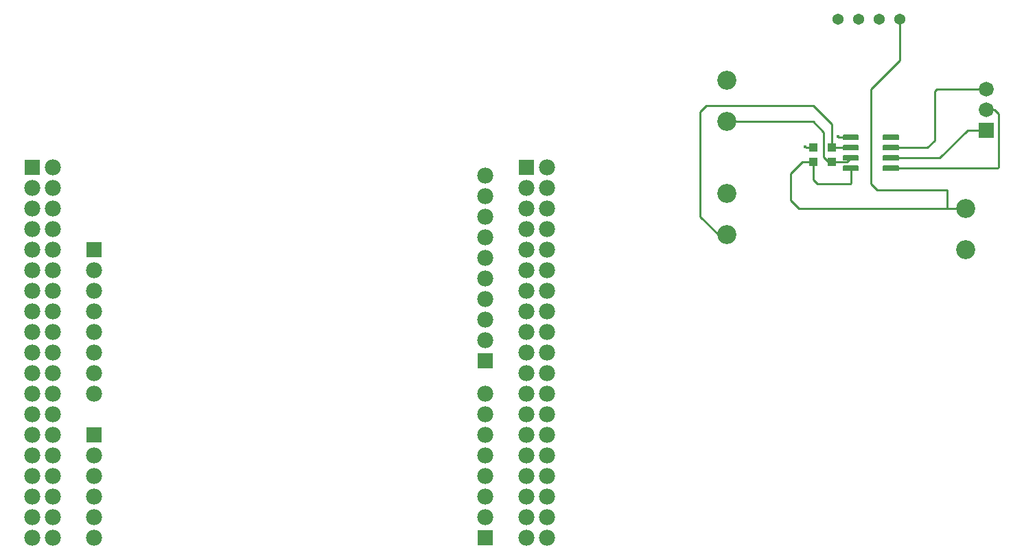
<source format=gtl>
G04 EAGLE Gerber RS-274X export*
G75*
%MOMM*%
%FSLAX34Y34*%
%LPD*%
%INTop Copper*%
%IPPOS*%
%AMOC8*
5,1,8,0,0,1.08239X$1,22.5*%
G01*
%ADD10R,1.000000X1.100000*%
%ADD11C,0.147500*%
%ADD12R,1.828800X1.828800*%
%ADD13C,1.828800*%
%ADD14R,1.980000X1.980000*%
%ADD15C,1.980000*%
%ADD16C,1.371600*%
%ADD17C,2.340000*%
%ADD18C,0.254000*%
%ADD19C,0.452400*%


D10*
X157480Y519820D03*
X157480Y536820D03*
X180340Y519820D03*
X180340Y536820D03*
D11*
X194737Y547697D02*
X212963Y547697D01*
X194737Y547697D02*
X194737Y552123D01*
X212963Y552123D01*
X212963Y547697D01*
X212963Y549098D02*
X194737Y549098D01*
X194737Y550499D02*
X212963Y550499D01*
X212963Y551900D02*
X194737Y551900D01*
X194737Y534997D02*
X212963Y534997D01*
X194737Y534997D02*
X194737Y539423D01*
X212963Y539423D01*
X212963Y534997D01*
X212963Y536398D02*
X194737Y536398D01*
X194737Y537799D02*
X212963Y537799D01*
X212963Y539200D02*
X194737Y539200D01*
X194737Y522297D02*
X212963Y522297D01*
X194737Y522297D02*
X194737Y526723D01*
X212963Y526723D01*
X212963Y522297D01*
X212963Y523698D02*
X194737Y523698D01*
X194737Y525099D02*
X212963Y525099D01*
X212963Y526500D02*
X194737Y526500D01*
X194737Y509597D02*
X212963Y509597D01*
X194737Y509597D02*
X194737Y514023D01*
X212963Y514023D01*
X212963Y509597D01*
X212963Y510998D02*
X194737Y510998D01*
X194737Y512399D02*
X212963Y512399D01*
X212963Y513800D02*
X194737Y513800D01*
X244237Y509597D02*
X262463Y509597D01*
X244237Y509597D02*
X244237Y514023D01*
X262463Y514023D01*
X262463Y509597D01*
X262463Y510998D02*
X244237Y510998D01*
X244237Y512399D02*
X262463Y512399D01*
X262463Y513800D02*
X244237Y513800D01*
X244237Y522297D02*
X262463Y522297D01*
X244237Y522297D02*
X244237Y526723D01*
X262463Y526723D01*
X262463Y522297D01*
X262463Y523698D02*
X244237Y523698D01*
X244237Y525099D02*
X262463Y525099D01*
X262463Y526500D02*
X244237Y526500D01*
X244237Y534997D02*
X262463Y534997D01*
X244237Y534997D02*
X244237Y539423D01*
X262463Y539423D01*
X262463Y534997D01*
X262463Y536398D02*
X244237Y536398D01*
X244237Y537799D02*
X262463Y537799D01*
X262463Y539200D02*
X244237Y539200D01*
X244237Y547697D02*
X262463Y547697D01*
X244237Y547697D02*
X244237Y552123D01*
X262463Y552123D01*
X262463Y547697D01*
X262463Y549098D02*
X244237Y549098D01*
X244237Y550499D02*
X262463Y550499D01*
X262463Y551900D02*
X244237Y551900D01*
D12*
X370840Y558800D03*
D13*
X370840Y584200D03*
X370840Y609600D03*
D14*
X-729500Y182800D03*
D15*
X-729500Y157400D03*
X-729500Y132000D03*
X-729500Y106600D03*
X-729500Y81200D03*
X-729500Y55800D03*
D14*
X-729500Y411400D03*
D15*
X-729500Y386000D03*
X-729500Y360600D03*
X-729500Y335200D03*
X-729500Y309800D03*
X-729500Y284400D03*
X-729500Y259000D03*
X-729500Y233600D03*
D14*
X-805700Y513000D03*
D15*
X-780300Y513000D03*
X-805700Y487600D03*
X-780300Y487600D03*
X-805700Y462200D03*
X-780300Y462200D03*
X-805700Y436800D03*
X-780300Y436800D03*
X-805700Y411400D03*
X-780300Y411400D03*
X-805700Y386000D03*
X-780300Y386000D03*
X-805700Y360600D03*
X-780300Y360600D03*
X-805700Y335200D03*
X-780300Y335200D03*
X-805700Y309800D03*
X-780300Y309800D03*
X-805700Y284400D03*
X-780300Y284400D03*
X-805700Y259000D03*
X-780300Y259000D03*
X-805700Y233600D03*
X-780300Y233600D03*
X-805700Y208200D03*
X-780300Y208200D03*
X-805700Y182800D03*
X-780300Y182800D03*
X-805700Y157400D03*
X-780300Y157400D03*
X-805700Y132000D03*
X-780300Y132000D03*
X-805700Y106600D03*
X-780300Y106600D03*
X-805700Y81200D03*
X-780300Y81200D03*
X-805700Y55800D03*
X-780300Y55800D03*
D14*
X-246900Y274240D03*
D15*
X-246900Y299640D03*
X-246900Y325040D03*
X-246900Y350440D03*
X-246900Y375840D03*
X-246900Y401240D03*
X-246900Y426640D03*
X-246900Y452040D03*
X-246900Y477440D03*
X-246900Y502840D03*
X-246900Y106600D03*
X-246900Y132000D03*
X-246900Y157400D03*
X-246900Y182800D03*
X-246900Y208200D03*
X-246900Y233600D03*
D14*
X-246900Y55800D03*
D15*
X-246900Y81200D03*
D14*
X-196100Y512750D03*
D15*
X-170700Y512750D03*
X-196100Y487350D03*
X-170700Y487350D03*
X-196100Y461950D03*
X-170700Y461950D03*
X-196100Y436550D03*
X-170700Y436550D03*
X-196100Y411150D03*
X-170700Y411150D03*
X-196100Y385750D03*
X-170700Y385750D03*
X-196100Y360350D03*
X-170700Y360350D03*
X-196100Y334950D03*
X-170700Y334950D03*
X-196100Y309550D03*
X-170700Y309550D03*
X-196100Y284150D03*
X-170700Y284150D03*
X-196100Y258750D03*
X-170700Y258750D03*
X-196100Y233350D03*
X-170700Y233350D03*
X-196100Y207950D03*
X-170700Y207950D03*
X-196100Y182550D03*
X-170700Y182550D03*
X-196100Y157150D03*
X-170700Y157150D03*
X-196100Y131750D03*
X-170700Y131750D03*
X-196100Y106350D03*
X-170700Y106350D03*
X-196100Y80950D03*
X-170700Y80950D03*
X-196100Y55550D03*
X-170700Y55550D03*
D16*
X264160Y695960D03*
X238760Y695960D03*
X213360Y695960D03*
X187960Y695960D03*
D17*
X51050Y619971D03*
X51050Y569171D03*
X51050Y480271D03*
X51050Y429471D03*
X345190Y411269D03*
X345190Y462069D03*
D18*
X203850Y549910D02*
X189230Y549910D01*
X187960Y551180D01*
D19*
X187960Y551180D03*
D18*
X157480Y536820D02*
X148980Y536820D01*
X147320Y538480D01*
D19*
X147320Y538480D03*
D18*
X203850Y511810D02*
X203850Y493410D01*
X203200Y492760D01*
X162560Y492760D01*
X157480Y497840D01*
X157480Y519820D01*
X143900Y519820D01*
X129540Y505460D01*
X129540Y472440D01*
X139911Y462069D02*
X322580Y462069D01*
X345190Y462069D01*
X139911Y462069D02*
X129540Y472440D01*
X264160Y645160D02*
X264160Y695960D01*
X228600Y492760D02*
X236220Y485140D01*
X322580Y485140D01*
X322580Y462069D01*
X228600Y609600D02*
X264160Y645160D01*
X228600Y609600D02*
X228600Y492760D01*
X51050Y429471D02*
X40429Y429471D01*
X17780Y581660D02*
X25400Y589280D01*
X157480Y589280D01*
X180340Y566420D02*
X180340Y536820D01*
X40429Y429471D02*
X17780Y452120D01*
X17780Y581660D01*
X157480Y589280D02*
X180340Y566420D01*
X180340Y536820D02*
X194700Y536820D01*
X195580Y535940D01*
X202580Y535940D01*
X203850Y537210D01*
X157269Y569171D02*
X51050Y569171D01*
X170180Y556260D02*
X170180Y525780D01*
X176140Y519820D01*
X180340Y519820D01*
X170180Y556260D02*
X157269Y569171D01*
X180340Y519820D02*
X199160Y519820D01*
X203850Y524510D01*
X253350Y524510D02*
X313690Y524510D01*
X347980Y558800D02*
X370840Y558800D01*
X347980Y558800D02*
X313690Y524510D01*
X253350Y511810D02*
X384810Y511810D01*
X386080Y513080D01*
X386080Y579120D01*
X381000Y584200D01*
X370840Y584200D01*
X298450Y537210D02*
X253350Y537210D01*
X307340Y546100D02*
X307340Y607060D01*
X309880Y609600D01*
X370840Y609600D01*
X307340Y546100D02*
X298450Y537210D01*
M02*

</source>
